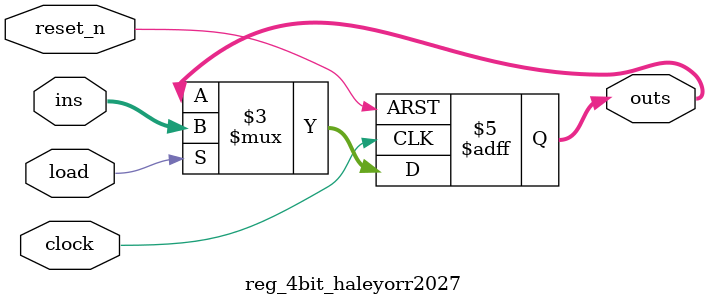
<source format=v>

module reg_4bit_haleyorr2027(clock, reset_n,load, ins, outs);
    input        clock;       // Register clock
    input        reset_n;     // Active-low reset
    input        load;        // Active-high load enable
    input  [3:0] ins;         // Parallel load input
    output reg [3:0] outs;    // Register state

    always @(posedge clock, negedge reset_n) begin
        if (!reset_n)
            outs <= 4'b0000;
        else if (load)
            outs <= ins;
    end

endmodule

</source>
